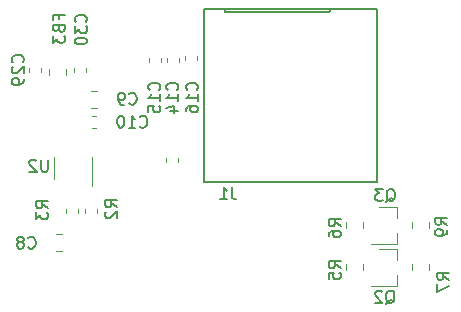
<source format=gbr>
G04 #@! TF.GenerationSoftware,KiCad,Pcbnew,5.1.4-3.fc30*
G04 #@! TF.CreationDate,2019-11-13T22:00:14+01:00*
G04 #@! TF.ProjectId,dpf_ressure_dumper,6470665f-7265-4737-9375-72655f64756d,rev?*
G04 #@! TF.SameCoordinates,Original*
G04 #@! TF.FileFunction,Legend,Bot*
G04 #@! TF.FilePolarity,Positive*
%FSLAX46Y46*%
G04 Gerber Fmt 4.6, Leading zero omitted, Abs format (unit mm)*
G04 Created by KiCad (PCBNEW 5.1.4-3.fc30) date 2019-11-13 22:00:14*
%MOMM*%
%LPD*%
G04 APERTURE LIST*
%ADD10C,0.120000*%
%ADD11C,0.160000*%
%ADD12C,0.150000*%
G04 APERTURE END LIST*
D10*
X185499280Y-136443939D02*
X185499280Y-136118381D01*
X186519280Y-136443939D02*
X186519280Y-136118381D01*
X175642200Y-129112778D02*
X175642200Y-128595622D01*
X177062200Y-129112778D02*
X177062200Y-128595622D01*
X177747200Y-128889979D02*
X177747200Y-128564421D01*
X178767200Y-128889979D02*
X178767200Y-128564421D01*
X174957200Y-128513621D02*
X174957200Y-128839179D01*
X173937200Y-128513621D02*
X173937200Y-128839179D01*
X176712378Y-142596800D02*
X176195222Y-142596800D01*
X176712378Y-144016800D02*
X176195222Y-144016800D01*
X179192422Y-130481000D02*
X179709578Y-130481000D01*
X179192422Y-131901000D02*
X179709578Y-131901000D01*
X179254333Y-132586000D02*
X179596867Y-132586000D01*
X179254333Y-133606000D02*
X179596867Y-133606000D01*
X185595800Y-127666933D02*
X185595800Y-128009467D01*
X186615800Y-127666933D02*
X186615800Y-128009467D01*
X184071800Y-127666933D02*
X184071800Y-128009467D01*
X185091800Y-127666933D02*
X185091800Y-128009467D01*
X188139800Y-127548421D02*
X188139800Y-127873979D01*
X187119800Y-127548421D02*
X187119800Y-127873979D01*
D11*
X188775000Y-138188000D02*
X203401000Y-138188000D01*
X203401000Y-138188000D02*
X203401000Y-123498000D01*
X188775000Y-123498000D02*
X188775000Y-138188000D01*
X188775000Y-123498000D02*
X203401000Y-123498000D01*
X190520000Y-123498000D02*
X190520000Y-123811000D01*
X190520000Y-123811000D02*
X199326000Y-123811000D01*
X199326000Y-123811000D02*
X199500000Y-123498000D01*
D10*
X205052200Y-143809600D02*
X203592200Y-143809600D01*
X205052200Y-146969600D02*
X202892200Y-146969600D01*
X205052200Y-146969600D02*
X205052200Y-146039600D01*
X205052200Y-143809600D02*
X205052200Y-144739600D01*
X205052200Y-140253600D02*
X205052200Y-141183600D01*
X205052200Y-143413600D02*
X205052200Y-142483600D01*
X205052200Y-143413600D02*
X202892200Y-143413600D01*
X205052200Y-140253600D02*
X203592200Y-140253600D01*
X178661600Y-140827979D02*
X178661600Y-140502421D01*
X179681600Y-140827979D02*
X179681600Y-140502421D01*
X177061400Y-140502421D02*
X177061400Y-140827979D01*
X178081400Y-140502421D02*
X178081400Y-140827979D01*
X200788200Y-145131022D02*
X200788200Y-145648178D01*
X202208200Y-145131022D02*
X202208200Y-145648178D01*
X200788200Y-141575022D02*
X200788200Y-142092178D01*
X202208200Y-141575022D02*
X202208200Y-142092178D01*
X206376200Y-145648178D02*
X206376200Y-145131022D01*
X207796200Y-145648178D02*
X207796200Y-145131022D01*
X206376200Y-141575022D02*
X206376200Y-142092178D01*
X207796200Y-141575022D02*
X207796200Y-142092178D01*
X176037600Y-137882200D02*
X176037600Y-136082200D01*
X179257600Y-136082200D02*
X179257600Y-138532200D01*
D12*
X176423011Y-124342946D02*
X176423011Y-124009613D01*
X176946820Y-124009613D02*
X175946820Y-124009613D01*
X175946820Y-124485803D01*
X176423011Y-125200089D02*
X176470630Y-125342946D01*
X176518249Y-125390565D01*
X176613487Y-125438184D01*
X176756344Y-125438184D01*
X176851582Y-125390565D01*
X176899201Y-125342946D01*
X176946820Y-125247708D01*
X176946820Y-124866756D01*
X175946820Y-124866756D01*
X175946820Y-125200089D01*
X175994440Y-125295327D01*
X176042059Y-125342946D01*
X176137297Y-125390565D01*
X176232535Y-125390565D01*
X176327773Y-125342946D01*
X176375392Y-125295327D01*
X176423011Y-125200089D01*
X176423011Y-124866756D01*
X175946820Y-125771518D02*
X175946820Y-126390565D01*
X176327773Y-126057232D01*
X176327773Y-126200089D01*
X176375392Y-126295327D01*
X176423011Y-126342946D01*
X176518249Y-126390565D01*
X176756344Y-126390565D01*
X176851582Y-126342946D01*
X176899201Y-126295327D01*
X176946820Y-126200089D01*
X176946820Y-125914375D01*
X176899201Y-125819137D01*
X176851582Y-125771518D01*
X178710862Y-124614702D02*
X178758481Y-124567083D01*
X178806100Y-124424226D01*
X178806100Y-124328988D01*
X178758481Y-124186131D01*
X178663243Y-124090893D01*
X178568005Y-124043274D01*
X178377529Y-123995655D01*
X178234672Y-123995655D01*
X178044196Y-124043274D01*
X177948958Y-124090893D01*
X177853720Y-124186131D01*
X177806100Y-124328988D01*
X177806100Y-124424226D01*
X177853720Y-124567083D01*
X177901339Y-124614702D01*
X177806100Y-124948036D02*
X177806100Y-125567083D01*
X178187053Y-125233750D01*
X178187053Y-125376607D01*
X178234672Y-125471845D01*
X178282291Y-125519464D01*
X178377529Y-125567083D01*
X178615624Y-125567083D01*
X178710862Y-125519464D01*
X178758481Y-125471845D01*
X178806100Y-125376607D01*
X178806100Y-125090893D01*
X178758481Y-124995655D01*
X178710862Y-124948036D01*
X177806100Y-126186131D02*
X177806100Y-126281369D01*
X177853720Y-126376607D01*
X177901339Y-126424226D01*
X177996577Y-126471845D01*
X178187053Y-126519464D01*
X178425148Y-126519464D01*
X178615624Y-126471845D01*
X178710862Y-126424226D01*
X178758481Y-126376607D01*
X178806100Y-126281369D01*
X178806100Y-126186131D01*
X178758481Y-126090893D01*
X178710862Y-126043274D01*
X178615624Y-125995655D01*
X178425148Y-125948036D01*
X178187053Y-125948036D01*
X177996577Y-125995655D01*
X177901339Y-126043274D01*
X177853720Y-126090893D01*
X177806100Y-126186131D01*
X173374342Y-128033542D02*
X173421961Y-127985923D01*
X173469580Y-127843066D01*
X173469580Y-127747828D01*
X173421961Y-127604971D01*
X173326723Y-127509733D01*
X173231485Y-127462114D01*
X173041009Y-127414495D01*
X172898152Y-127414495D01*
X172707676Y-127462114D01*
X172612438Y-127509733D01*
X172517200Y-127604971D01*
X172469580Y-127747828D01*
X172469580Y-127843066D01*
X172517200Y-127985923D01*
X172564819Y-128033542D01*
X172564819Y-128414495D02*
X172517200Y-128462114D01*
X172469580Y-128557352D01*
X172469580Y-128795447D01*
X172517200Y-128890685D01*
X172564819Y-128938304D01*
X172660057Y-128985923D01*
X172755295Y-128985923D01*
X172898152Y-128938304D01*
X173469580Y-128366876D01*
X173469580Y-128985923D01*
X173469580Y-129462114D02*
X173469580Y-129652590D01*
X173421961Y-129747828D01*
X173374342Y-129795447D01*
X173231485Y-129890685D01*
X173041009Y-129938304D01*
X172660057Y-129938304D01*
X172564819Y-129890685D01*
X172517200Y-129843066D01*
X172469580Y-129747828D01*
X172469580Y-129557352D01*
X172517200Y-129462114D01*
X172564819Y-129414495D01*
X172660057Y-129366876D01*
X172898152Y-129366876D01*
X172993390Y-129414495D01*
X173041009Y-129462114D01*
X173088628Y-129557352D01*
X173088628Y-129747828D01*
X173041009Y-129843066D01*
X172993390Y-129890685D01*
X172898152Y-129938304D01*
X173851866Y-143719822D02*
X173899485Y-143767441D01*
X174042342Y-143815060D01*
X174137580Y-143815060D01*
X174280438Y-143767441D01*
X174375676Y-143672203D01*
X174423295Y-143576965D01*
X174470914Y-143386489D01*
X174470914Y-143243632D01*
X174423295Y-143053156D01*
X174375676Y-142957918D01*
X174280438Y-142862680D01*
X174137580Y-142815060D01*
X174042342Y-142815060D01*
X173899485Y-142862680D01*
X173851866Y-142910299D01*
X173280438Y-143243632D02*
X173375676Y-143196013D01*
X173423295Y-143148394D01*
X173470914Y-143053156D01*
X173470914Y-143005537D01*
X173423295Y-142910299D01*
X173375676Y-142862680D01*
X173280438Y-142815060D01*
X173089961Y-142815060D01*
X172994723Y-142862680D01*
X172947104Y-142910299D01*
X172899485Y-143005537D01*
X172899485Y-143053156D01*
X172947104Y-143148394D01*
X172994723Y-143196013D01*
X173089961Y-143243632D01*
X173280438Y-143243632D01*
X173375676Y-143291251D01*
X173423295Y-143338870D01*
X173470914Y-143434108D01*
X173470914Y-143624584D01*
X173423295Y-143719822D01*
X173375676Y-143767441D01*
X173280438Y-143815060D01*
X173089961Y-143815060D01*
X172994723Y-143767441D01*
X172947104Y-143719822D01*
X172899485Y-143624584D01*
X172899485Y-143434108D01*
X172947104Y-143338870D01*
X172994723Y-143291251D01*
X173089961Y-143243632D01*
X182411666Y-131517662D02*
X182459285Y-131565281D01*
X182602142Y-131612900D01*
X182697380Y-131612900D01*
X182840238Y-131565281D01*
X182935476Y-131470043D01*
X182983095Y-131374805D01*
X183030714Y-131184329D01*
X183030714Y-131041472D01*
X182983095Y-130850996D01*
X182935476Y-130755758D01*
X182840238Y-130660520D01*
X182697380Y-130612900D01*
X182602142Y-130612900D01*
X182459285Y-130660520D01*
X182411666Y-130708139D01*
X181935476Y-131612900D02*
X181745000Y-131612900D01*
X181649761Y-131565281D01*
X181602142Y-131517662D01*
X181506904Y-131374805D01*
X181459285Y-131184329D01*
X181459285Y-130803377D01*
X181506904Y-130708139D01*
X181554523Y-130660520D01*
X181649761Y-130612900D01*
X181840238Y-130612900D01*
X181935476Y-130660520D01*
X181983095Y-130708139D01*
X182030714Y-130803377D01*
X182030714Y-131041472D01*
X181983095Y-131136710D01*
X181935476Y-131184329D01*
X181840238Y-131231948D01*
X181649761Y-131231948D01*
X181554523Y-131184329D01*
X181506904Y-131136710D01*
X181459285Y-131041472D01*
X183309497Y-133468382D02*
X183357116Y-133516001D01*
X183499973Y-133563620D01*
X183595211Y-133563620D01*
X183738068Y-133516001D01*
X183833306Y-133420763D01*
X183880925Y-133325525D01*
X183928544Y-133135049D01*
X183928544Y-132992192D01*
X183880925Y-132801716D01*
X183833306Y-132706478D01*
X183738068Y-132611240D01*
X183595211Y-132563620D01*
X183499973Y-132563620D01*
X183357116Y-132611240D01*
X183309497Y-132658859D01*
X182357116Y-133563620D02*
X182928544Y-133563620D01*
X182642830Y-133563620D02*
X182642830Y-132563620D01*
X182738068Y-132706478D01*
X182833306Y-132801716D01*
X182928544Y-132849335D01*
X181738068Y-132563620D02*
X181642830Y-132563620D01*
X181547592Y-132611240D01*
X181499973Y-132658859D01*
X181452354Y-132754097D01*
X181404735Y-132944573D01*
X181404735Y-133182668D01*
X181452354Y-133373144D01*
X181499973Y-133468382D01*
X181547592Y-133516001D01*
X181642830Y-133563620D01*
X181738068Y-133563620D01*
X181833306Y-133516001D01*
X181880925Y-133468382D01*
X181928544Y-133373144D01*
X181976163Y-133182668D01*
X181976163Y-132944573D01*
X181928544Y-132754097D01*
X181880925Y-132658859D01*
X181833306Y-132611240D01*
X181738068Y-132563620D01*
X186462942Y-130370342D02*
X186510561Y-130322723D01*
X186558180Y-130179866D01*
X186558180Y-130084628D01*
X186510561Y-129941771D01*
X186415323Y-129846533D01*
X186320085Y-129798914D01*
X186129609Y-129751295D01*
X185986752Y-129751295D01*
X185796276Y-129798914D01*
X185701038Y-129846533D01*
X185605800Y-129941771D01*
X185558180Y-130084628D01*
X185558180Y-130179866D01*
X185605800Y-130322723D01*
X185653419Y-130370342D01*
X186558180Y-131322723D02*
X186558180Y-130751295D01*
X186558180Y-131037009D02*
X185558180Y-131037009D01*
X185701038Y-130941771D01*
X185796276Y-130846533D01*
X185843895Y-130751295D01*
X185891514Y-132179866D02*
X186558180Y-132179866D01*
X185510561Y-131941771D02*
X186224847Y-131703676D01*
X186224847Y-132322723D01*
X184938942Y-130370342D02*
X184986561Y-130322723D01*
X185034180Y-130179866D01*
X185034180Y-130084628D01*
X184986561Y-129941771D01*
X184891323Y-129846533D01*
X184796085Y-129798914D01*
X184605609Y-129751295D01*
X184462752Y-129751295D01*
X184272276Y-129798914D01*
X184177038Y-129846533D01*
X184081800Y-129941771D01*
X184034180Y-130084628D01*
X184034180Y-130179866D01*
X184081800Y-130322723D01*
X184129419Y-130370342D01*
X185034180Y-131322723D02*
X185034180Y-130751295D01*
X185034180Y-131037009D02*
X184034180Y-131037009D01*
X184177038Y-130941771D01*
X184272276Y-130846533D01*
X184319895Y-130751295D01*
X184034180Y-132227485D02*
X184034180Y-131751295D01*
X184510371Y-131703676D01*
X184462752Y-131751295D01*
X184415133Y-131846533D01*
X184415133Y-132084628D01*
X184462752Y-132179866D01*
X184510371Y-132227485D01*
X184605609Y-132275104D01*
X184843704Y-132275104D01*
X184938942Y-132227485D01*
X184986561Y-132179866D01*
X185034180Y-132084628D01*
X185034180Y-131846533D01*
X184986561Y-131751295D01*
X184938942Y-131703676D01*
X188113942Y-130370342D02*
X188161561Y-130322723D01*
X188209180Y-130179866D01*
X188209180Y-130084628D01*
X188161561Y-129941771D01*
X188066323Y-129846533D01*
X187971085Y-129798914D01*
X187780609Y-129751295D01*
X187637752Y-129751295D01*
X187447276Y-129798914D01*
X187352038Y-129846533D01*
X187256800Y-129941771D01*
X187209180Y-130084628D01*
X187209180Y-130179866D01*
X187256800Y-130322723D01*
X187304419Y-130370342D01*
X188209180Y-131322723D02*
X188209180Y-130751295D01*
X188209180Y-131037009D02*
X187209180Y-131037009D01*
X187352038Y-130941771D01*
X187447276Y-130846533D01*
X187494895Y-130751295D01*
X187209180Y-132179866D02*
X187209180Y-131989390D01*
X187256800Y-131894152D01*
X187304419Y-131846533D01*
X187447276Y-131751295D01*
X187637752Y-131703676D01*
X188018704Y-131703676D01*
X188113942Y-131751295D01*
X188161561Y-131798914D01*
X188209180Y-131894152D01*
X188209180Y-132084628D01*
X188161561Y-132179866D01*
X188113942Y-132227485D01*
X188018704Y-132275104D01*
X187780609Y-132275104D01*
X187685371Y-132227485D01*
X187637752Y-132179866D01*
X187590133Y-132084628D01*
X187590133Y-131894152D01*
X187637752Y-131798914D01*
X187685371Y-131751295D01*
X187780609Y-131703676D01*
X191102573Y-138634220D02*
X191102573Y-139348506D01*
X191150192Y-139491363D01*
X191245430Y-139586601D01*
X191388287Y-139634220D01*
X191483525Y-139634220D01*
X190102573Y-139634220D02*
X190674001Y-139634220D01*
X190388287Y-139634220D02*
X190388287Y-138634220D01*
X190483525Y-138777078D01*
X190578763Y-138872316D01*
X190674001Y-138919935D01*
X204133438Y-148477219D02*
X204228676Y-148429600D01*
X204323914Y-148334361D01*
X204466771Y-148191504D01*
X204562009Y-148143885D01*
X204657247Y-148143885D01*
X204609628Y-148381980D02*
X204704866Y-148334361D01*
X204800104Y-148239123D01*
X204847723Y-148048647D01*
X204847723Y-147715314D01*
X204800104Y-147524838D01*
X204704866Y-147429600D01*
X204609628Y-147381980D01*
X204419152Y-147381980D01*
X204323914Y-147429600D01*
X204228676Y-147524838D01*
X204181057Y-147715314D01*
X204181057Y-148048647D01*
X204228676Y-148239123D01*
X204323914Y-148334361D01*
X204419152Y-148381980D01*
X204609628Y-148381980D01*
X203800104Y-147477219D02*
X203752485Y-147429600D01*
X203657247Y-147381980D01*
X203419152Y-147381980D01*
X203323914Y-147429600D01*
X203276295Y-147477219D01*
X203228676Y-147572457D01*
X203228676Y-147667695D01*
X203276295Y-147810552D01*
X203847723Y-148381980D01*
X203228676Y-148381980D01*
X204158838Y-139861539D02*
X204254076Y-139813920D01*
X204349314Y-139718681D01*
X204492171Y-139575824D01*
X204587409Y-139528205D01*
X204682647Y-139528205D01*
X204635028Y-139766300D02*
X204730266Y-139718681D01*
X204825504Y-139623443D01*
X204873123Y-139432967D01*
X204873123Y-139099634D01*
X204825504Y-138909158D01*
X204730266Y-138813920D01*
X204635028Y-138766300D01*
X204444552Y-138766300D01*
X204349314Y-138813920D01*
X204254076Y-138909158D01*
X204206457Y-139099634D01*
X204206457Y-139432967D01*
X204254076Y-139623443D01*
X204349314Y-139718681D01*
X204444552Y-139766300D01*
X204635028Y-139766300D01*
X203873123Y-138766300D02*
X203254076Y-138766300D01*
X203587409Y-139147253D01*
X203444552Y-139147253D01*
X203349314Y-139194872D01*
X203301695Y-139242491D01*
X203254076Y-139337729D01*
X203254076Y-139575824D01*
X203301695Y-139671062D01*
X203349314Y-139718681D01*
X203444552Y-139766300D01*
X203730266Y-139766300D01*
X203825504Y-139718681D01*
X203873123Y-139671062D01*
X181371500Y-140305493D02*
X180895310Y-139972160D01*
X181371500Y-139734064D02*
X180371500Y-139734064D01*
X180371500Y-140115017D01*
X180419120Y-140210255D01*
X180466739Y-140257874D01*
X180561977Y-140305493D01*
X180704834Y-140305493D01*
X180800072Y-140257874D01*
X180847691Y-140210255D01*
X180895310Y-140115017D01*
X180895310Y-139734064D01*
X180466739Y-140686445D02*
X180419120Y-140734064D01*
X180371500Y-140829302D01*
X180371500Y-141067398D01*
X180419120Y-141162636D01*
X180466739Y-141210255D01*
X180561977Y-141257874D01*
X180657215Y-141257874D01*
X180800072Y-141210255D01*
X181371500Y-140638826D01*
X181371500Y-141257874D01*
X175509180Y-140381693D02*
X175032990Y-140048360D01*
X175509180Y-139810264D02*
X174509180Y-139810264D01*
X174509180Y-140191217D01*
X174556800Y-140286455D01*
X174604419Y-140334074D01*
X174699657Y-140381693D01*
X174842514Y-140381693D01*
X174937752Y-140334074D01*
X174985371Y-140286455D01*
X175032990Y-140191217D01*
X175032990Y-139810264D01*
X174509180Y-140715026D02*
X174509180Y-141334074D01*
X174890133Y-141000740D01*
X174890133Y-141143598D01*
X174937752Y-141238836D01*
X174985371Y-141286455D01*
X175080609Y-141334074D01*
X175318704Y-141334074D01*
X175413942Y-141286455D01*
X175461561Y-141238836D01*
X175509180Y-141143598D01*
X175509180Y-140857883D01*
X175461561Y-140762645D01*
X175413942Y-140715026D01*
X200299580Y-145476933D02*
X199823390Y-145143600D01*
X200299580Y-144905504D02*
X199299580Y-144905504D01*
X199299580Y-145286457D01*
X199347200Y-145381695D01*
X199394819Y-145429314D01*
X199490057Y-145476933D01*
X199632914Y-145476933D01*
X199728152Y-145429314D01*
X199775771Y-145381695D01*
X199823390Y-145286457D01*
X199823390Y-144905504D01*
X199299580Y-146381695D02*
X199299580Y-145905504D01*
X199775771Y-145857885D01*
X199728152Y-145905504D01*
X199680533Y-146000742D01*
X199680533Y-146238838D01*
X199728152Y-146334076D01*
X199775771Y-146381695D01*
X199871009Y-146429314D01*
X200109104Y-146429314D01*
X200204342Y-146381695D01*
X200251961Y-146334076D01*
X200299580Y-146238838D01*
X200299580Y-146000742D01*
X200251961Y-145905504D01*
X200204342Y-145857885D01*
X200299580Y-141920933D02*
X199823390Y-141587600D01*
X200299580Y-141349504D02*
X199299580Y-141349504D01*
X199299580Y-141730457D01*
X199347200Y-141825695D01*
X199394819Y-141873314D01*
X199490057Y-141920933D01*
X199632914Y-141920933D01*
X199728152Y-141873314D01*
X199775771Y-141825695D01*
X199823390Y-141730457D01*
X199823390Y-141349504D01*
X199299580Y-142778076D02*
X199299580Y-142587600D01*
X199347200Y-142492361D01*
X199394819Y-142444742D01*
X199537676Y-142349504D01*
X199728152Y-142301885D01*
X200109104Y-142301885D01*
X200204342Y-142349504D01*
X200251961Y-142397123D01*
X200299580Y-142492361D01*
X200299580Y-142682838D01*
X200251961Y-142778076D01*
X200204342Y-142825695D01*
X200109104Y-142873314D01*
X199871009Y-142873314D01*
X199775771Y-142825695D01*
X199728152Y-142778076D01*
X199680533Y-142682838D01*
X199680533Y-142492361D01*
X199728152Y-142397123D01*
X199775771Y-142349504D01*
X199871009Y-142301885D01*
X209468980Y-146447213D02*
X208992790Y-146113880D01*
X209468980Y-145875784D02*
X208468980Y-145875784D01*
X208468980Y-146256737D01*
X208516600Y-146351975D01*
X208564219Y-146399594D01*
X208659457Y-146447213D01*
X208802314Y-146447213D01*
X208897552Y-146399594D01*
X208945171Y-146351975D01*
X208992790Y-146256737D01*
X208992790Y-145875784D01*
X208468980Y-146780546D02*
X208468980Y-147447213D01*
X209468980Y-147018641D01*
X209316580Y-141793933D02*
X208840390Y-141460600D01*
X209316580Y-141222504D02*
X208316580Y-141222504D01*
X208316580Y-141603457D01*
X208364200Y-141698695D01*
X208411819Y-141746314D01*
X208507057Y-141793933D01*
X208649914Y-141793933D01*
X208745152Y-141746314D01*
X208792771Y-141698695D01*
X208840390Y-141603457D01*
X208840390Y-141222504D01*
X209316580Y-142270123D02*
X209316580Y-142460600D01*
X209268961Y-142555838D01*
X209221342Y-142603457D01*
X209078485Y-142698695D01*
X208888009Y-142746314D01*
X208507057Y-142746314D01*
X208411819Y-142698695D01*
X208364200Y-142651076D01*
X208316580Y-142555838D01*
X208316580Y-142365361D01*
X208364200Y-142270123D01*
X208411819Y-142222504D01*
X208507057Y-142174885D01*
X208745152Y-142174885D01*
X208840390Y-142222504D01*
X208888009Y-142270123D01*
X208935628Y-142365361D01*
X208935628Y-142555838D01*
X208888009Y-142651076D01*
X208840390Y-142698695D01*
X208745152Y-142746314D01*
X175513904Y-136302500D02*
X175513904Y-137112024D01*
X175466285Y-137207262D01*
X175418666Y-137254881D01*
X175323428Y-137302500D01*
X175132952Y-137302500D01*
X175037714Y-137254881D01*
X174990095Y-137207262D01*
X174942476Y-137112024D01*
X174942476Y-136302500D01*
X174513904Y-136397739D02*
X174466285Y-136350120D01*
X174371047Y-136302500D01*
X174132952Y-136302500D01*
X174037714Y-136350120D01*
X173990095Y-136397739D01*
X173942476Y-136492977D01*
X173942476Y-136588215D01*
X173990095Y-136731072D01*
X174561523Y-137302500D01*
X173942476Y-137302500D01*
M02*

</source>
